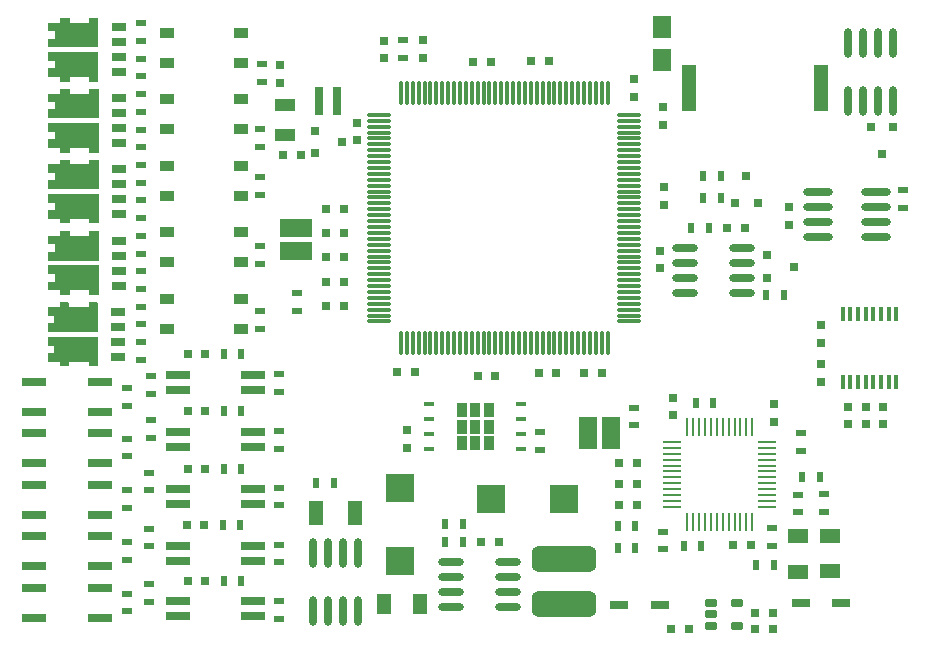
<source format=gtp>
G04*
G04 #@! TF.GenerationSoftware,Altium Limited,Altium Designer,22.8.2 (66)*
G04*
G04 Layer_Color=8421504*
%FSLAX25Y25*%
%MOIN*%
G70*
G04*
G04 #@! TF.SameCoordinates,809C7C0D-4B7E-4495-91C7-DCE54D4B07AE*
G04*
G04*
G04 #@! TF.FilePolarity,Positive*
G04*
G01*
G75*
%ADD22R,0.03661X0.04842*%
%ADD23R,0.03661X0.04842*%
%ADD24R,0.04528X0.03543*%
%ADD25R,0.05906X0.10630*%
%ADD26R,0.10630X0.05906*%
%ADD27R,0.02756X0.09449*%
%ADD28R,0.03150X0.03150*%
%ADD29R,0.07087X0.03937*%
%ADD30R,0.03000X0.03000*%
%ADD31R,0.03150X0.03150*%
%ADD32O,0.08268X0.01181*%
%ADD33R,0.07087X0.04528*%
%ADD34R,0.03543X0.02362*%
%ADD35R,0.06299X0.03150*%
G04:AMPARAMS|DCode=36|XSize=216.54mil|YSize=84.65mil|CornerRadius=21.16mil|HoleSize=0mil|Usage=FLASHONLY|Rotation=180.000|XOffset=0mil|YOffset=0mil|HoleType=Round|Shape=RoundedRectangle|*
%AMROUNDEDRECTD36*
21,1,0.21654,0.04232,0,0,180.0*
21,1,0.17421,0.08465,0,0,180.0*
1,1,0.04232,-0.08711,0.02116*
1,1,0.04232,0.08711,0.02116*
1,1,0.04232,0.08711,-0.02116*
1,1,0.04232,-0.08711,-0.02116*
%
%ADD36ROUNDEDRECTD36*%
%ADD37O,0.08661X0.02362*%
%ADD38R,0.02362X0.03543*%
%ADD39R,0.04921X0.07874*%
%ADD40O,0.02756X0.09843*%
%ADD41O,0.01181X0.08268*%
%ADD42O,0.09843X0.02756*%
%ADD43R,0.01200X0.04575*%
G04:AMPARAMS|DCode=44|XSize=41.73mil|YSize=25.59mil|CornerRadius=6.4mil|HoleSize=0mil|Usage=FLASHONLY|Rotation=0.000|XOffset=0mil|YOffset=0mil|HoleType=Round|Shape=RoundedRectangle|*
%AMROUNDEDRECTD44*
21,1,0.04173,0.01280,0,0,0.0*
21,1,0.02894,0.02559,0,0,0.0*
1,1,0.01280,0.01447,-0.00640*
1,1,0.01280,-0.01447,-0.00640*
1,1,0.01280,-0.01447,0.00640*
1,1,0.01280,0.01447,0.00640*
%
%ADD44ROUNDEDRECTD44*%
%ADD45R,0.03000X0.03000*%
%ADD46R,0.04921X0.02559*%
%ADD47R,0.03976X0.02854*%
%ADD48R,0.03937X0.02815*%
%ADD49R,0.03071X0.03937*%
%ADD50R,0.03150X0.03937*%
%ADD51R,0.03937X0.02854*%
%ADD52R,0.08000X0.02600*%
%ADD53R,0.04528X0.07087*%
%ADD54R,0.05906X0.07677*%
%ADD55R,0.04724X0.15748*%
%ADD56O,0.06102X0.00984*%
%ADD57O,0.00984X0.06102*%
%ADD58R,0.03543X0.01575*%
%ADD59R,0.09646X0.09646*%
%ADD60R,0.09646X0.09646*%
G36*
X66929Y-131693D02*
Y-133268D01*
X63779D01*
Y-131693D01*
X57382D01*
Y-133268D01*
X54134D01*
Y-131693D01*
X50197D01*
Y-128839D01*
X52362D01*
Y-126378D01*
X50197D01*
Y-123425D01*
X66929D01*
Y-131693D01*
D02*
G37*
G36*
Y-113583D02*
Y-121850D01*
X50197D01*
Y-118898D01*
X52362D01*
Y-116437D01*
X50197D01*
Y-113583D01*
X54134D01*
Y-112008D01*
X57382D01*
Y-113583D01*
X63779D01*
Y-112008D01*
X66929D01*
Y-113583D01*
D02*
G37*
G36*
X67126Y-107874D02*
Y-109449D01*
X63976D01*
Y-107874D01*
X57579D01*
Y-109449D01*
X54331D01*
Y-107874D01*
X50394D01*
Y-105020D01*
X52559D01*
Y-102559D01*
X50394D01*
Y-99606D01*
X67126D01*
Y-107874D01*
D02*
G37*
G36*
Y-89764D02*
Y-98032D01*
X50394D01*
Y-95079D01*
X52559D01*
Y-92618D01*
X50394D01*
Y-89764D01*
X54331D01*
Y-88189D01*
X57579D01*
Y-89764D01*
X63976D01*
Y-88189D01*
X67126D01*
Y-89764D01*
D02*
G37*
G36*
Y-84055D02*
Y-85630D01*
X63976D01*
Y-84055D01*
X57579D01*
Y-85630D01*
X54331D01*
Y-84055D01*
X50394D01*
Y-81201D01*
X52559D01*
Y-78740D01*
X50394D01*
Y-75787D01*
X67126D01*
Y-84055D01*
D02*
G37*
G36*
Y-65945D02*
Y-74213D01*
X50394D01*
Y-71260D01*
X52559D01*
Y-68799D01*
X50394D01*
Y-65945D01*
X54331D01*
Y-64370D01*
X57579D01*
Y-65945D01*
X63976D01*
Y-64370D01*
X67126D01*
Y-65945D01*
D02*
G37*
G36*
Y-60433D02*
Y-62008D01*
X63976D01*
Y-60433D01*
X57579D01*
Y-62008D01*
X54331D01*
Y-60433D01*
X50394D01*
Y-57579D01*
X52559D01*
Y-55118D01*
X50394D01*
Y-52165D01*
X67126D01*
Y-60433D01*
D02*
G37*
G36*
Y-42323D02*
Y-50591D01*
X50394D01*
Y-47638D01*
X52559D01*
Y-45177D01*
X50394D01*
Y-42323D01*
X54331D01*
Y-40748D01*
X57579D01*
Y-42323D01*
X63976D01*
Y-40748D01*
X67126D01*
Y-42323D01*
D02*
G37*
G36*
X67028Y-36791D02*
Y-38366D01*
X63878D01*
Y-36791D01*
X57480D01*
Y-38366D01*
X54232D01*
Y-36791D01*
X50295D01*
Y-33937D01*
X52461D01*
Y-31477D01*
X50295D01*
Y-28524D01*
X67028D01*
Y-36791D01*
D02*
G37*
G36*
Y-18681D02*
Y-26949D01*
X50295D01*
Y-23996D01*
X52461D01*
Y-21535D01*
X50295D01*
Y-18681D01*
X54232D01*
Y-17106D01*
X57480D01*
Y-18681D01*
X63878D01*
Y-17106D01*
X67028D01*
Y-18681D01*
D02*
G37*
D22*
X197165Y-158976D02*
D03*
Y-153347D02*
D03*
Y-147717D02*
D03*
D23*
X192717Y-158976D02*
D03*
Y-153347D02*
D03*
Y-147717D02*
D03*
X188268Y-158976D02*
D03*
Y-153347D02*
D03*
Y-147717D02*
D03*
D24*
X89862Y-98632D02*
D03*
X114468D02*
D03*
X89862Y-88632D02*
D03*
X114468D02*
D03*
Y-110827D02*
D03*
X89862D02*
D03*
X114468Y-120827D02*
D03*
X89862D02*
D03*
X114468Y-44242D02*
D03*
X89862D02*
D03*
X114468Y-54242D02*
D03*
X89862D02*
D03*
X114468Y-22047D02*
D03*
X89862D02*
D03*
X114468Y-32047D02*
D03*
X89862D02*
D03*
X114468Y-66437D02*
D03*
X89862D02*
D03*
X114468Y-76437D02*
D03*
X89862D02*
D03*
D25*
X230413Y-155315D02*
D03*
X237893D02*
D03*
D26*
X132973Y-87303D02*
D03*
Y-94783D02*
D03*
D27*
X140650Y-44783D02*
D03*
X146555D02*
D03*
D28*
X153150Y-57973D02*
D03*
Y-52067D02*
D03*
X127657Y-32972D02*
D03*
Y-38878D02*
D03*
X162303Y-30610D02*
D03*
Y-24705D02*
D03*
X255118Y-52756D02*
D03*
X297244Y-86024D02*
D03*
Y-80118D02*
D03*
X328740Y-152559D02*
D03*
Y-146653D02*
D03*
X322835Y-152559D02*
D03*
Y-146653D02*
D03*
X316929Y-152559D02*
D03*
Y-146653D02*
D03*
X307874Y-125394D02*
D03*
Y-119488D02*
D03*
Y-138386D02*
D03*
Y-132480D02*
D03*
X169882Y-154528D02*
D03*
Y-160433D02*
D03*
X292323Y-145866D02*
D03*
Y-151772D02*
D03*
X258465Y-143701D02*
D03*
Y-149606D02*
D03*
X254331Y-100591D02*
D03*
Y-94685D02*
D03*
X255512Y-79331D02*
D03*
Y-73425D02*
D03*
X255118Y-46850D02*
D03*
X245472Y-37598D02*
D03*
Y-43504D02*
D03*
X175197Y-24606D02*
D03*
Y-30512D02*
D03*
D29*
X129331Y-46161D02*
D03*
Y-56004D02*
D03*
D30*
X148228Y-58465D02*
D03*
X139228Y-54715D02*
D03*
Y-62215D02*
D03*
X298819Y-100000D02*
D03*
X289819Y-96250D02*
D03*
Y-103750D02*
D03*
D31*
X134646Y-62894D02*
D03*
X128740D02*
D03*
X234842Y-135630D02*
D03*
X276575Y-87008D02*
D03*
X282480D02*
D03*
X263976Y-220866D02*
D03*
X258071D02*
D03*
X286024Y-215354D02*
D03*
X291929D02*
D03*
X286024Y-220866D02*
D03*
X291929D02*
D03*
X149016Y-88829D02*
D03*
X143110D02*
D03*
X102756Y-204921D02*
D03*
X96850D02*
D03*
X142913Y-80905D02*
D03*
X148819D02*
D03*
X149016Y-96949D02*
D03*
X143110D02*
D03*
Y-113189D02*
D03*
X149016D02*
D03*
X143110Y-105069D02*
D03*
X149016D02*
D03*
X102756Y-129134D02*
D03*
X96850D02*
D03*
X166732Y-135236D02*
D03*
X172638D02*
D03*
X193504Y-136417D02*
D03*
X199409D02*
D03*
X213779Y-135630D02*
D03*
X219685D02*
D03*
X228937D02*
D03*
X278740Y-192913D02*
D03*
X284646D02*
D03*
X240551Y-179552D02*
D03*
X246457D02*
D03*
X240551Y-172478D02*
D03*
X246457D02*
D03*
X240551Y-165404D02*
D03*
X246457D02*
D03*
X217323Y-31496D02*
D03*
X211417D02*
D03*
X197835Y-31890D02*
D03*
X191929D02*
D03*
X194685Y-191929D02*
D03*
X200591D02*
D03*
X102362Y-186221D02*
D03*
X96457D02*
D03*
X102756Y-167323D02*
D03*
X96850D02*
D03*
X102756Y-148228D02*
D03*
X96850D02*
D03*
D32*
X160630Y-59252D02*
D03*
X244094Y-53346D02*
D03*
Y-116339D02*
D03*
Y-114370D02*
D03*
Y-110433D02*
D03*
Y-108465D02*
D03*
Y-78937D02*
D03*
Y-73032D02*
D03*
Y-71063D02*
D03*
Y-63189D02*
D03*
Y-61221D02*
D03*
Y-49409D02*
D03*
Y-51378D02*
D03*
Y-55315D02*
D03*
Y-57284D02*
D03*
Y-59252D02*
D03*
Y-65158D02*
D03*
Y-67126D02*
D03*
Y-69095D02*
D03*
Y-75000D02*
D03*
Y-76968D02*
D03*
Y-80905D02*
D03*
Y-82874D02*
D03*
Y-84842D02*
D03*
Y-86811D02*
D03*
Y-88779D02*
D03*
Y-90748D02*
D03*
Y-92716D02*
D03*
Y-94685D02*
D03*
Y-96653D02*
D03*
Y-98622D02*
D03*
Y-100591D02*
D03*
Y-102559D02*
D03*
Y-104527D02*
D03*
Y-106496D02*
D03*
Y-112402D02*
D03*
Y-118307D02*
D03*
X160630D02*
D03*
Y-116339D02*
D03*
Y-114370D02*
D03*
Y-112402D02*
D03*
Y-110433D02*
D03*
Y-108465D02*
D03*
Y-106496D02*
D03*
Y-104527D02*
D03*
Y-102559D02*
D03*
Y-100591D02*
D03*
Y-98622D02*
D03*
Y-96653D02*
D03*
Y-94685D02*
D03*
Y-92716D02*
D03*
Y-90748D02*
D03*
Y-88779D02*
D03*
Y-86811D02*
D03*
Y-84842D02*
D03*
Y-82874D02*
D03*
Y-80905D02*
D03*
Y-78937D02*
D03*
Y-76968D02*
D03*
Y-75000D02*
D03*
Y-73032D02*
D03*
Y-71063D02*
D03*
Y-69095D02*
D03*
Y-67126D02*
D03*
Y-65158D02*
D03*
Y-63189D02*
D03*
Y-61221D02*
D03*
Y-57284D02*
D03*
Y-55315D02*
D03*
Y-53346D02*
D03*
Y-51378D02*
D03*
Y-49409D02*
D03*
D33*
X300197Y-189961D02*
D03*
X311024Y-189764D02*
D03*
Y-201575D02*
D03*
X300197Y-201772D02*
D03*
D34*
X300394Y-181890D02*
D03*
X308858Y-181693D02*
D03*
X81299Y-24803D02*
D03*
Y-18898D02*
D03*
Y-36614D02*
D03*
Y-30709D02*
D03*
Y-48425D02*
D03*
Y-42520D02*
D03*
Y-60236D02*
D03*
Y-54331D02*
D03*
X76772Y-214961D02*
D03*
Y-209055D02*
D03*
X84055Y-205906D02*
D03*
Y-211811D02*
D03*
X76772Y-197736D02*
D03*
Y-191831D02*
D03*
X84055Y-187402D02*
D03*
Y-193307D02*
D03*
X133268Y-108957D02*
D03*
Y-114862D02*
D03*
X121063Y-93209D02*
D03*
Y-99114D02*
D03*
Y-114764D02*
D03*
Y-120669D02*
D03*
X127362Y-135827D02*
D03*
Y-141732D02*
D03*
X81299Y-72047D02*
D03*
Y-66142D02*
D03*
Y-83858D02*
D03*
Y-77953D02*
D03*
Y-95669D02*
D03*
Y-89764D02*
D03*
Y-107480D02*
D03*
Y-101575D02*
D03*
Y-119291D02*
D03*
Y-113386D02*
D03*
Y-131102D02*
D03*
Y-125197D02*
D03*
X76772Y-146457D02*
D03*
Y-140551D02*
D03*
X84449Y-142520D02*
D03*
Y-136614D02*
D03*
Y-151181D02*
D03*
Y-157087D02*
D03*
X76772Y-163287D02*
D03*
Y-157382D02*
D03*
X84055Y-168701D02*
D03*
Y-174606D02*
D03*
X76772Y-180512D02*
D03*
Y-174606D02*
D03*
X127362Y-173721D02*
D03*
Y-179626D02*
D03*
Y-192667D02*
D03*
Y-198573D02*
D03*
Y-217520D02*
D03*
Y-211614D02*
D03*
X214370Y-155118D02*
D03*
Y-161024D02*
D03*
X245669Y-147047D02*
D03*
Y-152953D02*
D03*
X335433Y-74606D02*
D03*
Y-80512D02*
D03*
X301378Y-155512D02*
D03*
Y-161417D02*
D03*
X308858Y-175787D02*
D03*
X300394Y-175984D02*
D03*
X291535Y-193110D02*
D03*
Y-187205D02*
D03*
X255118Y-188386D02*
D03*
Y-194291D02*
D03*
X168701Y-30512D02*
D03*
Y-24606D02*
D03*
X127362Y-154774D02*
D03*
Y-160679D02*
D03*
X121063Y-70079D02*
D03*
Y-75984D02*
D03*
Y-60039D02*
D03*
Y-54134D02*
D03*
X121653Y-38386D02*
D03*
Y-32480D02*
D03*
D35*
X240748Y-212795D02*
D03*
X314764Y-212205D02*
D03*
X301378D02*
D03*
X254134Y-212795D02*
D03*
D36*
X222441Y-212598D02*
D03*
Y-197441D02*
D03*
D37*
X203543Y-208602D02*
D03*
X262598Y-93681D02*
D03*
Y-98681D02*
D03*
Y-103681D02*
D03*
Y-108681D02*
D03*
X281496Y-93681D02*
D03*
Y-98681D02*
D03*
Y-103681D02*
D03*
Y-108681D02*
D03*
X203543Y-213602D02*
D03*
Y-203602D02*
D03*
Y-198602D02*
D03*
X184646Y-213602D02*
D03*
Y-208602D02*
D03*
Y-203602D02*
D03*
Y-198602D02*
D03*
D38*
X139567Y-172244D02*
D03*
X268701Y-69685D02*
D03*
X274606D02*
D03*
Y-77165D02*
D03*
X268701D02*
D03*
X289567Y-109449D02*
D03*
X295472D02*
D03*
X264764Y-87008D02*
D03*
X270669D02*
D03*
X114370Y-186221D02*
D03*
X108465D02*
D03*
X114764Y-129134D02*
D03*
X108858D02*
D03*
X114764Y-204921D02*
D03*
X108858D02*
D03*
X301772Y-170079D02*
D03*
X307677D02*
D03*
X292323Y-199409D02*
D03*
X286417D02*
D03*
X268110Y-193307D02*
D03*
X262205D02*
D03*
X246063Y-193701D02*
D03*
X240158D02*
D03*
X246063Y-186627D02*
D03*
X240158D02*
D03*
X266142Y-145472D02*
D03*
X272047D02*
D03*
X188583Y-185827D02*
D03*
X182677D02*
D03*
X188583Y-191929D02*
D03*
X182677D02*
D03*
X145473Y-172244D02*
D03*
X114764Y-167520D02*
D03*
X108858D02*
D03*
X114764Y-148031D02*
D03*
X108858D02*
D03*
D39*
X139563Y-182283D02*
D03*
X152563D02*
D03*
D40*
X138524Y-195562D02*
D03*
X331909Y-25591D02*
D03*
X326909D02*
D03*
X321909D02*
D03*
X316910D02*
D03*
X331909Y-44882D02*
D03*
X326909D02*
D03*
X321909D02*
D03*
X316910D02*
D03*
X138524Y-214854D02*
D03*
X143524D02*
D03*
X148524D02*
D03*
X153524D02*
D03*
X143524Y-195562D02*
D03*
X148524D02*
D03*
X153524D02*
D03*
D41*
X234842Y-125591D02*
D03*
X167913Y-42126D02*
D03*
X169882D02*
D03*
X171850D02*
D03*
X173819D02*
D03*
X175787D02*
D03*
X177756D02*
D03*
X179724D02*
D03*
X181693D02*
D03*
X183661D02*
D03*
X185630D02*
D03*
X187598D02*
D03*
X189567D02*
D03*
X191535D02*
D03*
X193504D02*
D03*
X195473D02*
D03*
X197441D02*
D03*
X199409D02*
D03*
X201378D02*
D03*
X203346D02*
D03*
X205315D02*
D03*
X207283D02*
D03*
X209252D02*
D03*
X211221D02*
D03*
X213189D02*
D03*
X215158D02*
D03*
X217126D02*
D03*
X219094D02*
D03*
X221063D02*
D03*
X223031D02*
D03*
X225000D02*
D03*
X226969D02*
D03*
X228937D02*
D03*
X230906D02*
D03*
X232874D02*
D03*
X234842D02*
D03*
X236811D02*
D03*
Y-125591D02*
D03*
X232874D02*
D03*
X230906D02*
D03*
X228937D02*
D03*
X226969D02*
D03*
X225000D02*
D03*
X223031D02*
D03*
X221063D02*
D03*
X219094D02*
D03*
X217126D02*
D03*
X215158D02*
D03*
X213189D02*
D03*
X211221D02*
D03*
X209252D02*
D03*
X207283D02*
D03*
X205315D02*
D03*
X203346D02*
D03*
X201378D02*
D03*
X199409D02*
D03*
X197441D02*
D03*
X195473D02*
D03*
X193504D02*
D03*
X191535D02*
D03*
X189567D02*
D03*
X187598D02*
D03*
X185630D02*
D03*
X183661D02*
D03*
X181693D02*
D03*
X179724D02*
D03*
X177756D02*
D03*
X175787D02*
D03*
X173819D02*
D03*
X171850D02*
D03*
X169882D02*
D03*
X167913D02*
D03*
D42*
X306931Y-75284D02*
D03*
Y-90284D02*
D03*
X326222Y-75284D02*
D03*
Y-80284D02*
D03*
Y-85284D02*
D03*
Y-90284D02*
D03*
X306931Y-85284D02*
D03*
Y-80284D02*
D03*
D43*
X315158Y-138583D02*
D03*
X317717D02*
D03*
X320276D02*
D03*
X322835D02*
D03*
X325394D02*
D03*
X327953D02*
D03*
X330512D02*
D03*
X333071D02*
D03*
X322835Y-115976D02*
D03*
X320276D02*
D03*
X317717D02*
D03*
X315158D02*
D03*
X325394D02*
D03*
X327953D02*
D03*
X330512D02*
D03*
X333071D02*
D03*
D44*
X271258Y-215945D02*
D03*
Y-212205D02*
D03*
Y-219685D02*
D03*
X279919D02*
D03*
Y-212205D02*
D03*
D45*
X283071Y-69685D02*
D03*
X279321Y-78685D02*
D03*
X286821D02*
D03*
X328346Y-62598D02*
D03*
X332097Y-53598D02*
D03*
X324597D02*
D03*
D46*
X60532Y-32461D02*
D03*
Y-23012D02*
D03*
X73819Y-35236D02*
D03*
Y-30236D02*
D03*
Y-20236D02*
D03*
Y-25236D02*
D03*
X73917Y-48878D02*
D03*
Y-43878D02*
D03*
Y-53878D02*
D03*
Y-58878D02*
D03*
X60630Y-46654D02*
D03*
Y-56102D02*
D03*
Y-79724D02*
D03*
Y-70276D02*
D03*
X73917Y-82500D02*
D03*
Y-77500D02*
D03*
Y-67500D02*
D03*
Y-72500D02*
D03*
Y-96319D02*
D03*
Y-91319D02*
D03*
Y-101319D02*
D03*
Y-106319D02*
D03*
X60630Y-94095D02*
D03*
Y-103543D02*
D03*
X60433Y-127362D02*
D03*
Y-117913D02*
D03*
X73721Y-130138D02*
D03*
Y-125138D02*
D03*
Y-115138D02*
D03*
Y-120138D02*
D03*
D47*
X52362Y-25473D02*
D03*
X52461Y-49114D02*
D03*
Y-72736D02*
D03*
Y-96555D02*
D03*
X52264Y-120374D02*
D03*
D48*
Y-20059D02*
D03*
X52362Y-43701D02*
D03*
Y-67323D02*
D03*
Y-91142D02*
D03*
X52165Y-114961D02*
D03*
D49*
X65453Y-19075D02*
D03*
X65495Y-36336D02*
D03*
X65594Y-59978D02*
D03*
X65551Y-42717D02*
D03*
Y-66339D02*
D03*
X65594Y-83600D02*
D03*
Y-107419D02*
D03*
X65551Y-90158D02*
D03*
X65354Y-113976D02*
D03*
X65397Y-131238D02*
D03*
D50*
X55807Y-19075D02*
D03*
X55895Y-36336D02*
D03*
X55994Y-59978D02*
D03*
X55905Y-42717D02*
D03*
Y-66339D02*
D03*
X55994Y-83600D02*
D03*
Y-107419D02*
D03*
X55905Y-90158D02*
D03*
X55709Y-113976D02*
D03*
X55797Y-131238D02*
D03*
D51*
X52295Y-30036D02*
D03*
X52264Y-35364D02*
D03*
X52362Y-59006D02*
D03*
X52394Y-53678D02*
D03*
Y-77300D02*
D03*
X52362Y-82628D02*
D03*
Y-106447D02*
D03*
X52394Y-101119D02*
D03*
X52197Y-124938D02*
D03*
X52165Y-130266D02*
D03*
D52*
X67669Y-217087D02*
D03*
X45669D02*
D03*
X67669Y-207087D02*
D03*
X45669D02*
D03*
X118504Y-216614D02*
D03*
X93504D02*
D03*
X118504Y-211614D02*
D03*
X93504D02*
D03*
X67669Y-148386D02*
D03*
X45669D02*
D03*
X67669Y-138386D02*
D03*
X45669D02*
D03*
X67669Y-165561D02*
D03*
X45669D02*
D03*
X67669Y-155561D02*
D03*
X45669D02*
D03*
X67669Y-182736D02*
D03*
X45669D02*
D03*
X67669Y-172736D02*
D03*
X45669D02*
D03*
X67669Y-199911D02*
D03*
X45669D02*
D03*
X67669Y-189911D02*
D03*
X45669D02*
D03*
X118504Y-141142D02*
D03*
X93504D02*
D03*
X118504Y-136142D02*
D03*
X93504D02*
D03*
X118504Y-198228D02*
D03*
X93504D02*
D03*
X118504Y-193228D02*
D03*
X93504D02*
D03*
X118504Y-179213D02*
D03*
X93504D02*
D03*
X118504Y-174213D02*
D03*
X93504D02*
D03*
X118504Y-160039D02*
D03*
X93504D02*
D03*
X118504Y-155039D02*
D03*
X93504D02*
D03*
D53*
X174213Y-212402D02*
D03*
X162402D02*
D03*
D54*
X254823Y-20177D02*
D03*
Y-31004D02*
D03*
D55*
X263779Y-40551D02*
D03*
X307874D02*
D03*
D56*
X258366Y-158465D02*
D03*
Y-160433D02*
D03*
Y-162401D02*
D03*
Y-164370D02*
D03*
Y-166339D02*
D03*
Y-168307D02*
D03*
Y-170276D02*
D03*
Y-172244D02*
D03*
Y-174213D02*
D03*
Y-176181D02*
D03*
Y-178150D02*
D03*
Y-180118D02*
D03*
X290059D02*
D03*
Y-178150D02*
D03*
Y-176181D02*
D03*
Y-174213D02*
D03*
Y-172244D02*
D03*
Y-170276D02*
D03*
Y-168307D02*
D03*
Y-166339D02*
D03*
Y-164370D02*
D03*
Y-162401D02*
D03*
Y-160433D02*
D03*
Y-158465D02*
D03*
D57*
X263386Y-185138D02*
D03*
X265354D02*
D03*
X267323D02*
D03*
X269291D02*
D03*
X271260D02*
D03*
X273228D02*
D03*
X275197D02*
D03*
X277165D02*
D03*
X279134D02*
D03*
X281102D02*
D03*
X283071D02*
D03*
X285039D02*
D03*
Y-153445D02*
D03*
X283071D02*
D03*
X281102D02*
D03*
X279134D02*
D03*
X277165D02*
D03*
X275197D02*
D03*
X273228D02*
D03*
X271260D02*
D03*
X269291D02*
D03*
X267323D02*
D03*
X265354D02*
D03*
X263386D02*
D03*
D58*
X208012Y-160846D02*
D03*
Y-155847D02*
D03*
Y-150847D02*
D03*
Y-145846D02*
D03*
X177421Y-160846D02*
D03*
Y-155847D02*
D03*
Y-150847D02*
D03*
Y-145846D02*
D03*
D59*
X167717Y-173819D02*
D03*
Y-198228D02*
D03*
D60*
X197835Y-177559D02*
D03*
X222244D02*
D03*
M02*

</source>
